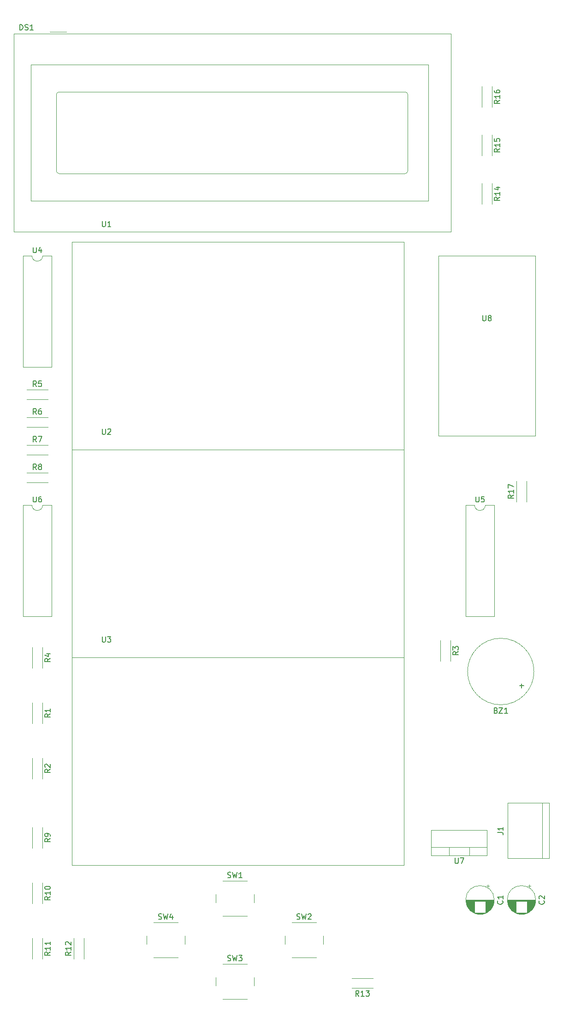
<source format=gto>
G04 #@! TF.GenerationSoftware,KiCad,Pcbnew,5.1.5-52549c5~84~ubuntu19.10.1*
G04 #@! TF.CreationDate,2020-02-09T00:12:04+01:00*
G04 #@! TF.ProjectId,tetris-board,74657472-6973-42d6-926f-6172642e6b69,rev?*
G04 #@! TF.SameCoordinates,Original*
G04 #@! TF.FileFunction,Legend,Top*
G04 #@! TF.FilePolarity,Positive*
%FSLAX46Y46*%
G04 Gerber Fmt 4.6, Leading zero omitted, Abs format (unit mm)*
G04 Created by KiCad (PCBNEW 5.1.5-52549c5~84~ubuntu19.10.1) date 2020-02-09 00:12:04*
%MOMM*%
%LPD*%
G04 APERTURE LIST*
%ADD10C,0.120000*%
%ADD11C,0.150000*%
G04 APERTURE END LIST*
D10*
X97790000Y-62230000D02*
X97790000Y-95250000D01*
X115570000Y-62230000D02*
X115570000Y-95250000D01*
X115570000Y-62230000D02*
X97790000Y-62230000D01*
X97790000Y-95250000D02*
X115570000Y-95250000D01*
X30480000Y-173990000D02*
X30480000Y-135890000D01*
X91440000Y-173990000D02*
X30480000Y-173990000D01*
X91440000Y-135890000D02*
X91440000Y-173990000D01*
X30480000Y-135890000D02*
X91440000Y-135890000D01*
X30480000Y-135890000D02*
X30480000Y-97790000D01*
X91440000Y-135890000D02*
X30480000Y-135890000D01*
X91440000Y-97790000D02*
X91440000Y-135890000D01*
X30480000Y-97790000D02*
X91440000Y-97790000D01*
X26780000Y-62170000D02*
X25130000Y-62170000D01*
X26780000Y-82610000D02*
X26780000Y-62170000D01*
X21480000Y-82610000D02*
X26780000Y-82610000D01*
X21480000Y-62170000D02*
X21480000Y-82610000D01*
X23130000Y-62170000D02*
X21480000Y-62170000D01*
X25130000Y-62170000D02*
G75*
G02X23130000Y-62170000I-1000000J0D01*
G01*
X30480000Y-97790000D02*
X30480000Y-59690000D01*
X91440000Y-97790000D02*
X30480000Y-97790000D01*
X91440000Y-59690000D02*
X91440000Y-97790000D01*
X30480000Y-59690000D02*
X91440000Y-59690000D01*
X26780000Y-107890000D02*
X25130000Y-107890000D01*
X26780000Y-128330000D02*
X26780000Y-107890000D01*
X21480000Y-128330000D02*
X26780000Y-128330000D01*
X21480000Y-107890000D02*
X21480000Y-128330000D01*
X23130000Y-107890000D02*
X21480000Y-107890000D01*
X25130000Y-107890000D02*
G75*
G02X23130000Y-107890000I-1000000J0D01*
G01*
X118110000Y-172720000D02*
X118110000Y-162560000D01*
X110490000Y-172720000D02*
X118110000Y-172720000D01*
X110490000Y-162560000D02*
X110490000Y-172720000D01*
X118110000Y-162560000D02*
X110490000Y-162560000D01*
X116840000Y-162560000D02*
X116840000Y-172720000D01*
X99749000Y-172180000D02*
X99749000Y-170670000D01*
X103450000Y-172180000D02*
X103450000Y-170670000D01*
X106720000Y-170670000D02*
X96480000Y-170670000D01*
X96480000Y-172180000D02*
X96480000Y-167539000D01*
X106720000Y-172180000D02*
X106720000Y-167539000D01*
X106720000Y-167539000D02*
X96480000Y-167539000D01*
X106720000Y-172180000D02*
X96480000Y-172180000D01*
X114755000Y-177765225D02*
X114255000Y-177765225D01*
X114505000Y-177515225D02*
X114505000Y-178015225D01*
X113314000Y-182921000D02*
X112746000Y-182921000D01*
X113548000Y-182881000D02*
X112512000Y-182881000D01*
X113707000Y-182841000D02*
X112353000Y-182841000D01*
X113835000Y-182801000D02*
X112225000Y-182801000D01*
X113945000Y-182761000D02*
X112115000Y-182761000D01*
X114041000Y-182721000D02*
X112019000Y-182721000D01*
X114128000Y-182681000D02*
X111932000Y-182681000D01*
X114208000Y-182641000D02*
X111852000Y-182641000D01*
X111990000Y-182601000D02*
X111779000Y-182601000D01*
X114281000Y-182601000D02*
X114070000Y-182601000D01*
X111990000Y-182561000D02*
X111711000Y-182561000D01*
X114349000Y-182561000D02*
X114070000Y-182561000D01*
X111990000Y-182521000D02*
X111647000Y-182521000D01*
X114413000Y-182521000D02*
X114070000Y-182521000D01*
X111990000Y-182481000D02*
X111587000Y-182481000D01*
X114473000Y-182481000D02*
X114070000Y-182481000D01*
X111990000Y-182441000D02*
X111530000Y-182441000D01*
X114530000Y-182441000D02*
X114070000Y-182441000D01*
X111990000Y-182401000D02*
X111476000Y-182401000D01*
X114584000Y-182401000D02*
X114070000Y-182401000D01*
X111990000Y-182361000D02*
X111425000Y-182361000D01*
X114635000Y-182361000D02*
X114070000Y-182361000D01*
X111990000Y-182321000D02*
X111377000Y-182321000D01*
X114683000Y-182321000D02*
X114070000Y-182321000D01*
X111990000Y-182281000D02*
X111331000Y-182281000D01*
X114729000Y-182281000D02*
X114070000Y-182281000D01*
X111990000Y-182241000D02*
X111287000Y-182241000D01*
X114773000Y-182241000D02*
X114070000Y-182241000D01*
X111990000Y-182201000D02*
X111245000Y-182201000D01*
X114815000Y-182201000D02*
X114070000Y-182201000D01*
X111990000Y-182161000D02*
X111204000Y-182161000D01*
X114856000Y-182161000D02*
X114070000Y-182161000D01*
X111990000Y-182121000D02*
X111166000Y-182121000D01*
X114894000Y-182121000D02*
X114070000Y-182121000D01*
X111990000Y-182081000D02*
X111129000Y-182081000D01*
X114931000Y-182081000D02*
X114070000Y-182081000D01*
X111990000Y-182041000D02*
X111093000Y-182041000D01*
X114967000Y-182041000D02*
X114070000Y-182041000D01*
X111990000Y-182001000D02*
X111059000Y-182001000D01*
X115001000Y-182001000D02*
X114070000Y-182001000D01*
X111990000Y-181961000D02*
X111026000Y-181961000D01*
X115034000Y-181961000D02*
X114070000Y-181961000D01*
X111990000Y-181921000D02*
X110995000Y-181921000D01*
X115065000Y-181921000D02*
X114070000Y-181921000D01*
X111990000Y-181881000D02*
X110965000Y-181881000D01*
X115095000Y-181881000D02*
X114070000Y-181881000D01*
X111990000Y-181841000D02*
X110935000Y-181841000D01*
X115125000Y-181841000D02*
X114070000Y-181841000D01*
X111990000Y-181801000D02*
X110908000Y-181801000D01*
X115152000Y-181801000D02*
X114070000Y-181801000D01*
X111990000Y-181761000D02*
X110881000Y-181761000D01*
X115179000Y-181761000D02*
X114070000Y-181761000D01*
X111990000Y-181721000D02*
X110855000Y-181721000D01*
X115205000Y-181721000D02*
X114070000Y-181721000D01*
X111990000Y-181681000D02*
X110830000Y-181681000D01*
X115230000Y-181681000D02*
X114070000Y-181681000D01*
X111990000Y-181641000D02*
X110806000Y-181641000D01*
X115254000Y-181641000D02*
X114070000Y-181641000D01*
X111990000Y-181601000D02*
X110783000Y-181601000D01*
X115277000Y-181601000D02*
X114070000Y-181601000D01*
X111990000Y-181561000D02*
X110762000Y-181561000D01*
X115298000Y-181561000D02*
X114070000Y-181561000D01*
X111990000Y-181521000D02*
X110740000Y-181521000D01*
X115320000Y-181521000D02*
X114070000Y-181521000D01*
X111990000Y-181481000D02*
X110720000Y-181481000D01*
X115340000Y-181481000D02*
X114070000Y-181481000D01*
X111990000Y-181441000D02*
X110701000Y-181441000D01*
X115359000Y-181441000D02*
X114070000Y-181441000D01*
X111990000Y-181401000D02*
X110682000Y-181401000D01*
X115378000Y-181401000D02*
X114070000Y-181401000D01*
X111990000Y-181361000D02*
X110665000Y-181361000D01*
X115395000Y-181361000D02*
X114070000Y-181361000D01*
X111990000Y-181321000D02*
X110648000Y-181321000D01*
X115412000Y-181321000D02*
X114070000Y-181321000D01*
X111990000Y-181281000D02*
X110632000Y-181281000D01*
X115428000Y-181281000D02*
X114070000Y-181281000D01*
X111990000Y-181241000D02*
X110616000Y-181241000D01*
X115444000Y-181241000D02*
X114070000Y-181241000D01*
X111990000Y-181201000D02*
X110602000Y-181201000D01*
X115458000Y-181201000D02*
X114070000Y-181201000D01*
X111990000Y-181161000D02*
X110588000Y-181161000D01*
X115472000Y-181161000D02*
X114070000Y-181161000D01*
X111990000Y-181121000D02*
X110575000Y-181121000D01*
X115485000Y-181121000D02*
X114070000Y-181121000D01*
X111990000Y-181081000D02*
X110562000Y-181081000D01*
X115498000Y-181081000D02*
X114070000Y-181081000D01*
X111990000Y-181041000D02*
X110550000Y-181041000D01*
X115510000Y-181041000D02*
X114070000Y-181041000D01*
X111990000Y-181000000D02*
X110539000Y-181000000D01*
X115521000Y-181000000D02*
X114070000Y-181000000D01*
X111990000Y-180960000D02*
X110529000Y-180960000D01*
X115531000Y-180960000D02*
X114070000Y-180960000D01*
X111990000Y-180920000D02*
X110519000Y-180920000D01*
X115541000Y-180920000D02*
X114070000Y-180920000D01*
X111990000Y-180880000D02*
X110510000Y-180880000D01*
X115550000Y-180880000D02*
X114070000Y-180880000D01*
X111990000Y-180840000D02*
X110502000Y-180840000D01*
X115558000Y-180840000D02*
X114070000Y-180840000D01*
X111990000Y-180800000D02*
X110494000Y-180800000D01*
X115566000Y-180800000D02*
X114070000Y-180800000D01*
X111990000Y-180760000D02*
X110487000Y-180760000D01*
X115573000Y-180760000D02*
X114070000Y-180760000D01*
X111990000Y-180720000D02*
X110480000Y-180720000D01*
X115580000Y-180720000D02*
X114070000Y-180720000D01*
X111990000Y-180680000D02*
X110474000Y-180680000D01*
X115586000Y-180680000D02*
X114070000Y-180680000D01*
X111990000Y-180640000D02*
X110469000Y-180640000D01*
X115591000Y-180640000D02*
X114070000Y-180640000D01*
X111990000Y-180600000D02*
X110465000Y-180600000D01*
X115595000Y-180600000D02*
X114070000Y-180600000D01*
X111990000Y-180560000D02*
X110461000Y-180560000D01*
X115599000Y-180560000D02*
X114070000Y-180560000D01*
X115603000Y-180520000D02*
X110457000Y-180520000D01*
X115606000Y-180480000D02*
X110454000Y-180480000D01*
X115608000Y-180440000D02*
X110452000Y-180440000D01*
X115609000Y-180400000D02*
X110451000Y-180400000D01*
X115610000Y-180360000D02*
X110450000Y-180360000D01*
X115610000Y-180320000D02*
X110450000Y-180320000D01*
X115650000Y-180320000D02*
G75*
G03X115650000Y-180320000I-2620000J0D01*
G01*
X107135000Y-177765225D02*
X106635000Y-177765225D01*
X106885000Y-177515225D02*
X106885000Y-178015225D01*
X105694000Y-182921000D02*
X105126000Y-182921000D01*
X105928000Y-182881000D02*
X104892000Y-182881000D01*
X106087000Y-182841000D02*
X104733000Y-182841000D01*
X106215000Y-182801000D02*
X104605000Y-182801000D01*
X106325000Y-182761000D02*
X104495000Y-182761000D01*
X106421000Y-182721000D02*
X104399000Y-182721000D01*
X106508000Y-182681000D02*
X104312000Y-182681000D01*
X106588000Y-182641000D02*
X104232000Y-182641000D01*
X104370000Y-182601000D02*
X104159000Y-182601000D01*
X106661000Y-182601000D02*
X106450000Y-182601000D01*
X104370000Y-182561000D02*
X104091000Y-182561000D01*
X106729000Y-182561000D02*
X106450000Y-182561000D01*
X104370000Y-182521000D02*
X104027000Y-182521000D01*
X106793000Y-182521000D02*
X106450000Y-182521000D01*
X104370000Y-182481000D02*
X103967000Y-182481000D01*
X106853000Y-182481000D02*
X106450000Y-182481000D01*
X104370000Y-182441000D02*
X103910000Y-182441000D01*
X106910000Y-182441000D02*
X106450000Y-182441000D01*
X104370000Y-182401000D02*
X103856000Y-182401000D01*
X106964000Y-182401000D02*
X106450000Y-182401000D01*
X104370000Y-182361000D02*
X103805000Y-182361000D01*
X107015000Y-182361000D02*
X106450000Y-182361000D01*
X104370000Y-182321000D02*
X103757000Y-182321000D01*
X107063000Y-182321000D02*
X106450000Y-182321000D01*
X104370000Y-182281000D02*
X103711000Y-182281000D01*
X107109000Y-182281000D02*
X106450000Y-182281000D01*
X104370000Y-182241000D02*
X103667000Y-182241000D01*
X107153000Y-182241000D02*
X106450000Y-182241000D01*
X104370000Y-182201000D02*
X103625000Y-182201000D01*
X107195000Y-182201000D02*
X106450000Y-182201000D01*
X104370000Y-182161000D02*
X103584000Y-182161000D01*
X107236000Y-182161000D02*
X106450000Y-182161000D01*
X104370000Y-182121000D02*
X103546000Y-182121000D01*
X107274000Y-182121000D02*
X106450000Y-182121000D01*
X104370000Y-182081000D02*
X103509000Y-182081000D01*
X107311000Y-182081000D02*
X106450000Y-182081000D01*
X104370000Y-182041000D02*
X103473000Y-182041000D01*
X107347000Y-182041000D02*
X106450000Y-182041000D01*
X104370000Y-182001000D02*
X103439000Y-182001000D01*
X107381000Y-182001000D02*
X106450000Y-182001000D01*
X104370000Y-181961000D02*
X103406000Y-181961000D01*
X107414000Y-181961000D02*
X106450000Y-181961000D01*
X104370000Y-181921000D02*
X103375000Y-181921000D01*
X107445000Y-181921000D02*
X106450000Y-181921000D01*
X104370000Y-181881000D02*
X103345000Y-181881000D01*
X107475000Y-181881000D02*
X106450000Y-181881000D01*
X104370000Y-181841000D02*
X103315000Y-181841000D01*
X107505000Y-181841000D02*
X106450000Y-181841000D01*
X104370000Y-181801000D02*
X103288000Y-181801000D01*
X107532000Y-181801000D02*
X106450000Y-181801000D01*
X104370000Y-181761000D02*
X103261000Y-181761000D01*
X107559000Y-181761000D02*
X106450000Y-181761000D01*
X104370000Y-181721000D02*
X103235000Y-181721000D01*
X107585000Y-181721000D02*
X106450000Y-181721000D01*
X104370000Y-181681000D02*
X103210000Y-181681000D01*
X107610000Y-181681000D02*
X106450000Y-181681000D01*
X104370000Y-181641000D02*
X103186000Y-181641000D01*
X107634000Y-181641000D02*
X106450000Y-181641000D01*
X104370000Y-181601000D02*
X103163000Y-181601000D01*
X107657000Y-181601000D02*
X106450000Y-181601000D01*
X104370000Y-181561000D02*
X103142000Y-181561000D01*
X107678000Y-181561000D02*
X106450000Y-181561000D01*
X104370000Y-181521000D02*
X103120000Y-181521000D01*
X107700000Y-181521000D02*
X106450000Y-181521000D01*
X104370000Y-181481000D02*
X103100000Y-181481000D01*
X107720000Y-181481000D02*
X106450000Y-181481000D01*
X104370000Y-181441000D02*
X103081000Y-181441000D01*
X107739000Y-181441000D02*
X106450000Y-181441000D01*
X104370000Y-181401000D02*
X103062000Y-181401000D01*
X107758000Y-181401000D02*
X106450000Y-181401000D01*
X104370000Y-181361000D02*
X103045000Y-181361000D01*
X107775000Y-181361000D02*
X106450000Y-181361000D01*
X104370000Y-181321000D02*
X103028000Y-181321000D01*
X107792000Y-181321000D02*
X106450000Y-181321000D01*
X104370000Y-181281000D02*
X103012000Y-181281000D01*
X107808000Y-181281000D02*
X106450000Y-181281000D01*
X104370000Y-181241000D02*
X102996000Y-181241000D01*
X107824000Y-181241000D02*
X106450000Y-181241000D01*
X104370000Y-181201000D02*
X102982000Y-181201000D01*
X107838000Y-181201000D02*
X106450000Y-181201000D01*
X104370000Y-181161000D02*
X102968000Y-181161000D01*
X107852000Y-181161000D02*
X106450000Y-181161000D01*
X104370000Y-181121000D02*
X102955000Y-181121000D01*
X107865000Y-181121000D02*
X106450000Y-181121000D01*
X104370000Y-181081000D02*
X102942000Y-181081000D01*
X107878000Y-181081000D02*
X106450000Y-181081000D01*
X104370000Y-181041000D02*
X102930000Y-181041000D01*
X107890000Y-181041000D02*
X106450000Y-181041000D01*
X104370000Y-181000000D02*
X102919000Y-181000000D01*
X107901000Y-181000000D02*
X106450000Y-181000000D01*
X104370000Y-180960000D02*
X102909000Y-180960000D01*
X107911000Y-180960000D02*
X106450000Y-180960000D01*
X104370000Y-180920000D02*
X102899000Y-180920000D01*
X107921000Y-180920000D02*
X106450000Y-180920000D01*
X104370000Y-180880000D02*
X102890000Y-180880000D01*
X107930000Y-180880000D02*
X106450000Y-180880000D01*
X104370000Y-180840000D02*
X102882000Y-180840000D01*
X107938000Y-180840000D02*
X106450000Y-180840000D01*
X104370000Y-180800000D02*
X102874000Y-180800000D01*
X107946000Y-180800000D02*
X106450000Y-180800000D01*
X104370000Y-180760000D02*
X102867000Y-180760000D01*
X107953000Y-180760000D02*
X106450000Y-180760000D01*
X104370000Y-180720000D02*
X102860000Y-180720000D01*
X107960000Y-180720000D02*
X106450000Y-180720000D01*
X104370000Y-180680000D02*
X102854000Y-180680000D01*
X107966000Y-180680000D02*
X106450000Y-180680000D01*
X104370000Y-180640000D02*
X102849000Y-180640000D01*
X107971000Y-180640000D02*
X106450000Y-180640000D01*
X104370000Y-180600000D02*
X102845000Y-180600000D01*
X107975000Y-180600000D02*
X106450000Y-180600000D01*
X104370000Y-180560000D02*
X102841000Y-180560000D01*
X107979000Y-180560000D02*
X106450000Y-180560000D01*
X107983000Y-180520000D02*
X102837000Y-180520000D01*
X107986000Y-180480000D02*
X102834000Y-180480000D01*
X107988000Y-180440000D02*
X102832000Y-180440000D01*
X107989000Y-180400000D02*
X102831000Y-180400000D01*
X107990000Y-180360000D02*
X102830000Y-180360000D01*
X107990000Y-180320000D02*
X102830000Y-180320000D01*
X108030000Y-180320000D02*
G75*
G03X108030000Y-180320000I-2620000J0D01*
G01*
X22940000Y-52130000D02*
X22940000Y-27130000D01*
X95940000Y-52130000D02*
X22940000Y-52130000D01*
X95940000Y-27130000D02*
X95940000Y-52130000D01*
X22940000Y-27130000D02*
X95940000Y-27130000D01*
X28140660Y-32128460D02*
G75*
G03X27640280Y-32628840I0J-500380D01*
G01*
X27640280Y-46629320D02*
G75*
G03X28140660Y-47129700I500380J0D01*
G01*
X91640660Y-47129700D02*
G75*
G03X92141040Y-46629320I0J500380D01*
G01*
X92140000Y-32630000D02*
G75*
G03X91640000Y-32130000I-500000J0D01*
G01*
X92140000Y-32630000D02*
X92140000Y-46630000D01*
X91640660Y-47130000D02*
X28140000Y-47130000D01*
X27640280Y-46629320D02*
X27640280Y-32630000D01*
X28140000Y-32130000D02*
X91640000Y-32130000D01*
X26440000Y-21130000D02*
X29440000Y-21130000D01*
X19810000Y-21490000D02*
X20600000Y-21490000D01*
X19800000Y-21490000D02*
X19800000Y-57770000D01*
X100080000Y-21490000D02*
X20600000Y-21490000D01*
X100080000Y-57770000D02*
X100080000Y-21490000D01*
X19800000Y-57770000D02*
X100080000Y-57770000D01*
X76600000Y-188420000D02*
X76600000Y-186920000D01*
X75350000Y-184420000D02*
X70850000Y-184420000D01*
X69600000Y-186920000D02*
X69600000Y-188420000D01*
X70850000Y-190920000D02*
X75350000Y-190920000D01*
X63900000Y-196040000D02*
X63900000Y-194540000D01*
X62650000Y-192040000D02*
X58150000Y-192040000D01*
X56900000Y-194540000D02*
X56900000Y-196040000D01*
X58150000Y-198540000D02*
X62650000Y-198540000D01*
X63900000Y-180800000D02*
X63900000Y-179300000D01*
X62650000Y-176800000D02*
X58150000Y-176800000D01*
X56900000Y-179300000D02*
X56900000Y-180800000D01*
X58150000Y-183300000D02*
X62650000Y-183300000D01*
X51200000Y-188420000D02*
X51200000Y-186920000D01*
X49950000Y-184420000D02*
X45450000Y-184420000D01*
X44200000Y-186920000D02*
X44200000Y-188420000D01*
X45450000Y-190920000D02*
X49950000Y-190920000D01*
X113950000Y-107330000D02*
X113950000Y-103490000D01*
X112110000Y-107330000D02*
X112110000Y-103490000D01*
X105760000Y-31100000D02*
X105760000Y-34940000D01*
X107600000Y-31100000D02*
X107600000Y-34940000D01*
X105760000Y-39990000D02*
X105760000Y-43830000D01*
X107600000Y-39990000D02*
X107600000Y-43830000D01*
X105760000Y-48880000D02*
X105760000Y-52720000D01*
X107600000Y-48880000D02*
X107600000Y-52720000D01*
X85740000Y-194660000D02*
X81900000Y-194660000D01*
X85740000Y-196500000D02*
X81900000Y-196500000D01*
X32670000Y-191150000D02*
X32670000Y-187310000D01*
X30830000Y-191150000D02*
X30830000Y-187310000D01*
X23210000Y-187310000D02*
X23210000Y-191150000D01*
X25050000Y-187310000D02*
X25050000Y-191150000D01*
X23210000Y-177150000D02*
X23210000Y-180990000D01*
X25050000Y-177150000D02*
X25050000Y-180990000D01*
X23210000Y-166990000D02*
X23210000Y-170830000D01*
X25050000Y-166990000D02*
X25050000Y-170830000D01*
X115330000Y-138430000D02*
G75*
G03X115330000Y-138430000I-6100000J0D01*
G01*
X22210000Y-103790000D02*
X26050000Y-103790000D01*
X22210000Y-101950000D02*
X26050000Y-101950000D01*
X22210000Y-98710000D02*
X26050000Y-98710000D01*
X22210000Y-96870000D02*
X26050000Y-96870000D01*
X22210000Y-93630000D02*
X26050000Y-93630000D01*
X22210000Y-91790000D02*
X26050000Y-91790000D01*
X22210000Y-88550000D02*
X26050000Y-88550000D01*
X22210000Y-86710000D02*
X26050000Y-86710000D01*
X23210000Y-133970000D02*
X23210000Y-137810000D01*
X25050000Y-133970000D02*
X25050000Y-137810000D01*
X98140000Y-132700000D02*
X98140000Y-136540000D01*
X99980000Y-132700000D02*
X99980000Y-136540000D01*
X23210000Y-154290000D02*
X23210000Y-158130000D01*
X25050000Y-154290000D02*
X25050000Y-158130000D01*
X23210000Y-144130000D02*
X23210000Y-147970000D01*
X25050000Y-144130000D02*
X25050000Y-147970000D01*
X108060000Y-107890000D02*
X106410000Y-107890000D01*
X108060000Y-128330000D02*
X108060000Y-107890000D01*
X102760000Y-128330000D02*
X108060000Y-128330000D01*
X102760000Y-107890000D02*
X102760000Y-128330000D01*
X104410000Y-107890000D02*
X102760000Y-107890000D01*
X106410000Y-107890000D02*
G75*
G02X104410000Y-107890000I-1000000J0D01*
G01*
D11*
X105918095Y-73112380D02*
X105918095Y-73921904D01*
X105965714Y-74017142D01*
X106013333Y-74064761D01*
X106108571Y-74112380D01*
X106299047Y-74112380D01*
X106394285Y-74064761D01*
X106441904Y-74017142D01*
X106489523Y-73921904D01*
X106489523Y-73112380D01*
X107108571Y-73540952D02*
X107013333Y-73493333D01*
X106965714Y-73445714D01*
X106918095Y-73350476D01*
X106918095Y-73302857D01*
X106965714Y-73207619D01*
X107013333Y-73160000D01*
X107108571Y-73112380D01*
X107299047Y-73112380D01*
X107394285Y-73160000D01*
X107441904Y-73207619D01*
X107489523Y-73302857D01*
X107489523Y-73350476D01*
X107441904Y-73445714D01*
X107394285Y-73493333D01*
X107299047Y-73540952D01*
X107108571Y-73540952D01*
X107013333Y-73588571D01*
X106965714Y-73636190D01*
X106918095Y-73731428D01*
X106918095Y-73921904D01*
X106965714Y-74017142D01*
X107013333Y-74064761D01*
X107108571Y-74112380D01*
X107299047Y-74112380D01*
X107394285Y-74064761D01*
X107441904Y-74017142D01*
X107489523Y-73921904D01*
X107489523Y-73731428D01*
X107441904Y-73636190D01*
X107394285Y-73588571D01*
X107299047Y-73540952D01*
X36068095Y-132032380D02*
X36068095Y-132841904D01*
X36115714Y-132937142D01*
X36163333Y-132984761D01*
X36258571Y-133032380D01*
X36449047Y-133032380D01*
X36544285Y-132984761D01*
X36591904Y-132937142D01*
X36639523Y-132841904D01*
X36639523Y-132032380D01*
X37020476Y-132032380D02*
X37639523Y-132032380D01*
X37306190Y-132413333D01*
X37449047Y-132413333D01*
X37544285Y-132460952D01*
X37591904Y-132508571D01*
X37639523Y-132603809D01*
X37639523Y-132841904D01*
X37591904Y-132937142D01*
X37544285Y-132984761D01*
X37449047Y-133032380D01*
X37163333Y-133032380D01*
X37068095Y-132984761D01*
X37020476Y-132937142D01*
X36068095Y-93932380D02*
X36068095Y-94741904D01*
X36115714Y-94837142D01*
X36163333Y-94884761D01*
X36258571Y-94932380D01*
X36449047Y-94932380D01*
X36544285Y-94884761D01*
X36591904Y-94837142D01*
X36639523Y-94741904D01*
X36639523Y-93932380D01*
X37068095Y-94027619D02*
X37115714Y-93980000D01*
X37210952Y-93932380D01*
X37449047Y-93932380D01*
X37544285Y-93980000D01*
X37591904Y-94027619D01*
X37639523Y-94122857D01*
X37639523Y-94218095D01*
X37591904Y-94360952D01*
X37020476Y-94932380D01*
X37639523Y-94932380D01*
X23368095Y-60622380D02*
X23368095Y-61431904D01*
X23415714Y-61527142D01*
X23463333Y-61574761D01*
X23558571Y-61622380D01*
X23749047Y-61622380D01*
X23844285Y-61574761D01*
X23891904Y-61527142D01*
X23939523Y-61431904D01*
X23939523Y-60622380D01*
X24844285Y-60955714D02*
X24844285Y-61622380D01*
X24606190Y-60574761D02*
X24368095Y-61289047D01*
X24987142Y-61289047D01*
X36068095Y-55832380D02*
X36068095Y-56641904D01*
X36115714Y-56737142D01*
X36163333Y-56784761D01*
X36258571Y-56832380D01*
X36449047Y-56832380D01*
X36544285Y-56784761D01*
X36591904Y-56737142D01*
X36639523Y-56641904D01*
X36639523Y-55832380D01*
X37639523Y-56832380D02*
X37068095Y-56832380D01*
X37353809Y-56832380D02*
X37353809Y-55832380D01*
X37258571Y-55975238D01*
X37163333Y-56070476D01*
X37068095Y-56118095D01*
X23368095Y-106342380D02*
X23368095Y-107151904D01*
X23415714Y-107247142D01*
X23463333Y-107294761D01*
X23558571Y-107342380D01*
X23749047Y-107342380D01*
X23844285Y-107294761D01*
X23891904Y-107247142D01*
X23939523Y-107151904D01*
X23939523Y-106342380D01*
X24844285Y-106342380D02*
X24653809Y-106342380D01*
X24558571Y-106390000D01*
X24510952Y-106437619D01*
X24415714Y-106580476D01*
X24368095Y-106770952D01*
X24368095Y-107151904D01*
X24415714Y-107247142D01*
X24463333Y-107294761D01*
X24558571Y-107342380D01*
X24749047Y-107342380D01*
X24844285Y-107294761D01*
X24891904Y-107247142D01*
X24939523Y-107151904D01*
X24939523Y-106913809D01*
X24891904Y-106818571D01*
X24844285Y-106770952D01*
X24749047Y-106723333D01*
X24558571Y-106723333D01*
X24463333Y-106770952D01*
X24415714Y-106818571D01*
X24368095Y-106913809D01*
X108672380Y-167973333D02*
X109386666Y-167973333D01*
X109529523Y-168020952D01*
X109624761Y-168116190D01*
X109672380Y-168259047D01*
X109672380Y-168354285D01*
X109672380Y-166973333D02*
X109672380Y-167544761D01*
X109672380Y-167259047D02*
X108672380Y-167259047D01*
X108815238Y-167354285D01*
X108910476Y-167449523D01*
X108958095Y-167544761D01*
X100838095Y-172632380D02*
X100838095Y-173441904D01*
X100885714Y-173537142D01*
X100933333Y-173584761D01*
X101028571Y-173632380D01*
X101219047Y-173632380D01*
X101314285Y-173584761D01*
X101361904Y-173537142D01*
X101409523Y-173441904D01*
X101409523Y-172632380D01*
X101790476Y-172632380D02*
X102457142Y-172632380D01*
X102028571Y-173632380D01*
X117137142Y-180486666D02*
X117184761Y-180534285D01*
X117232380Y-180677142D01*
X117232380Y-180772380D01*
X117184761Y-180915238D01*
X117089523Y-181010476D01*
X116994285Y-181058095D01*
X116803809Y-181105714D01*
X116660952Y-181105714D01*
X116470476Y-181058095D01*
X116375238Y-181010476D01*
X116280000Y-180915238D01*
X116232380Y-180772380D01*
X116232380Y-180677142D01*
X116280000Y-180534285D01*
X116327619Y-180486666D01*
X116327619Y-180105714D02*
X116280000Y-180058095D01*
X116232380Y-179962857D01*
X116232380Y-179724761D01*
X116280000Y-179629523D01*
X116327619Y-179581904D01*
X116422857Y-179534285D01*
X116518095Y-179534285D01*
X116660952Y-179581904D01*
X117232380Y-180153333D01*
X117232380Y-179534285D01*
X109517142Y-180486666D02*
X109564761Y-180534285D01*
X109612380Y-180677142D01*
X109612380Y-180772380D01*
X109564761Y-180915238D01*
X109469523Y-181010476D01*
X109374285Y-181058095D01*
X109183809Y-181105714D01*
X109040952Y-181105714D01*
X108850476Y-181058095D01*
X108755238Y-181010476D01*
X108660000Y-180915238D01*
X108612380Y-180772380D01*
X108612380Y-180677142D01*
X108660000Y-180534285D01*
X108707619Y-180486666D01*
X109612380Y-179534285D02*
X109612380Y-180105714D01*
X109612380Y-179820000D02*
X108612380Y-179820000D01*
X108755238Y-179915238D01*
X108850476Y-180010476D01*
X108898095Y-180105714D01*
X20905714Y-20772380D02*
X20905714Y-19772380D01*
X21143809Y-19772380D01*
X21286666Y-19820000D01*
X21381904Y-19915238D01*
X21429523Y-20010476D01*
X21477142Y-20200952D01*
X21477142Y-20343809D01*
X21429523Y-20534285D01*
X21381904Y-20629523D01*
X21286666Y-20724761D01*
X21143809Y-20772380D01*
X20905714Y-20772380D01*
X21858095Y-20724761D02*
X22000952Y-20772380D01*
X22239047Y-20772380D01*
X22334285Y-20724761D01*
X22381904Y-20677142D01*
X22429523Y-20581904D01*
X22429523Y-20486666D01*
X22381904Y-20391428D01*
X22334285Y-20343809D01*
X22239047Y-20296190D01*
X22048571Y-20248571D01*
X21953333Y-20200952D01*
X21905714Y-20153333D01*
X21858095Y-20058095D01*
X21858095Y-19962857D01*
X21905714Y-19867619D01*
X21953333Y-19820000D01*
X22048571Y-19772380D01*
X22286666Y-19772380D01*
X22429523Y-19820000D01*
X23381904Y-20772380D02*
X22810476Y-20772380D01*
X23096190Y-20772380D02*
X23096190Y-19772380D01*
X23000952Y-19915238D01*
X22905714Y-20010476D01*
X22810476Y-20058095D01*
X71766666Y-183824761D02*
X71909523Y-183872380D01*
X72147619Y-183872380D01*
X72242857Y-183824761D01*
X72290476Y-183777142D01*
X72338095Y-183681904D01*
X72338095Y-183586666D01*
X72290476Y-183491428D01*
X72242857Y-183443809D01*
X72147619Y-183396190D01*
X71957142Y-183348571D01*
X71861904Y-183300952D01*
X71814285Y-183253333D01*
X71766666Y-183158095D01*
X71766666Y-183062857D01*
X71814285Y-182967619D01*
X71861904Y-182920000D01*
X71957142Y-182872380D01*
X72195238Y-182872380D01*
X72338095Y-182920000D01*
X72671428Y-182872380D02*
X72909523Y-183872380D01*
X73100000Y-183158095D01*
X73290476Y-183872380D01*
X73528571Y-182872380D01*
X73861904Y-182967619D02*
X73909523Y-182920000D01*
X74004761Y-182872380D01*
X74242857Y-182872380D01*
X74338095Y-182920000D01*
X74385714Y-182967619D01*
X74433333Y-183062857D01*
X74433333Y-183158095D01*
X74385714Y-183300952D01*
X73814285Y-183872380D01*
X74433333Y-183872380D01*
X59066666Y-191444761D02*
X59209523Y-191492380D01*
X59447619Y-191492380D01*
X59542857Y-191444761D01*
X59590476Y-191397142D01*
X59638095Y-191301904D01*
X59638095Y-191206666D01*
X59590476Y-191111428D01*
X59542857Y-191063809D01*
X59447619Y-191016190D01*
X59257142Y-190968571D01*
X59161904Y-190920952D01*
X59114285Y-190873333D01*
X59066666Y-190778095D01*
X59066666Y-190682857D01*
X59114285Y-190587619D01*
X59161904Y-190540000D01*
X59257142Y-190492380D01*
X59495238Y-190492380D01*
X59638095Y-190540000D01*
X59971428Y-190492380D02*
X60209523Y-191492380D01*
X60400000Y-190778095D01*
X60590476Y-191492380D01*
X60828571Y-190492380D01*
X61114285Y-190492380D02*
X61733333Y-190492380D01*
X61400000Y-190873333D01*
X61542857Y-190873333D01*
X61638095Y-190920952D01*
X61685714Y-190968571D01*
X61733333Y-191063809D01*
X61733333Y-191301904D01*
X61685714Y-191397142D01*
X61638095Y-191444761D01*
X61542857Y-191492380D01*
X61257142Y-191492380D01*
X61161904Y-191444761D01*
X61114285Y-191397142D01*
X59066666Y-176204761D02*
X59209523Y-176252380D01*
X59447619Y-176252380D01*
X59542857Y-176204761D01*
X59590476Y-176157142D01*
X59638095Y-176061904D01*
X59638095Y-175966666D01*
X59590476Y-175871428D01*
X59542857Y-175823809D01*
X59447619Y-175776190D01*
X59257142Y-175728571D01*
X59161904Y-175680952D01*
X59114285Y-175633333D01*
X59066666Y-175538095D01*
X59066666Y-175442857D01*
X59114285Y-175347619D01*
X59161904Y-175300000D01*
X59257142Y-175252380D01*
X59495238Y-175252380D01*
X59638095Y-175300000D01*
X59971428Y-175252380D02*
X60209523Y-176252380D01*
X60400000Y-175538095D01*
X60590476Y-176252380D01*
X60828571Y-175252380D01*
X61733333Y-176252380D02*
X61161904Y-176252380D01*
X61447619Y-176252380D02*
X61447619Y-175252380D01*
X61352380Y-175395238D01*
X61257142Y-175490476D01*
X61161904Y-175538095D01*
X46366666Y-183824761D02*
X46509523Y-183872380D01*
X46747619Y-183872380D01*
X46842857Y-183824761D01*
X46890476Y-183777142D01*
X46938095Y-183681904D01*
X46938095Y-183586666D01*
X46890476Y-183491428D01*
X46842857Y-183443809D01*
X46747619Y-183396190D01*
X46557142Y-183348571D01*
X46461904Y-183300952D01*
X46414285Y-183253333D01*
X46366666Y-183158095D01*
X46366666Y-183062857D01*
X46414285Y-182967619D01*
X46461904Y-182920000D01*
X46557142Y-182872380D01*
X46795238Y-182872380D01*
X46938095Y-182920000D01*
X47271428Y-182872380D02*
X47509523Y-183872380D01*
X47700000Y-183158095D01*
X47890476Y-183872380D01*
X48128571Y-182872380D01*
X48938095Y-183205714D02*
X48938095Y-183872380D01*
X48700000Y-182824761D02*
X48461904Y-183539047D01*
X49080952Y-183539047D01*
X111562380Y-106052857D02*
X111086190Y-106386190D01*
X111562380Y-106624285D02*
X110562380Y-106624285D01*
X110562380Y-106243333D01*
X110610000Y-106148095D01*
X110657619Y-106100476D01*
X110752857Y-106052857D01*
X110895714Y-106052857D01*
X110990952Y-106100476D01*
X111038571Y-106148095D01*
X111086190Y-106243333D01*
X111086190Y-106624285D01*
X111562380Y-105100476D02*
X111562380Y-105671904D01*
X111562380Y-105386190D02*
X110562380Y-105386190D01*
X110705238Y-105481428D01*
X110800476Y-105576666D01*
X110848095Y-105671904D01*
X110562380Y-104767142D02*
X110562380Y-104100476D01*
X111562380Y-104529047D01*
X109052380Y-33662857D02*
X108576190Y-33996190D01*
X109052380Y-34234285D02*
X108052380Y-34234285D01*
X108052380Y-33853333D01*
X108100000Y-33758095D01*
X108147619Y-33710476D01*
X108242857Y-33662857D01*
X108385714Y-33662857D01*
X108480952Y-33710476D01*
X108528571Y-33758095D01*
X108576190Y-33853333D01*
X108576190Y-34234285D01*
X109052380Y-32710476D02*
X109052380Y-33281904D01*
X109052380Y-32996190D02*
X108052380Y-32996190D01*
X108195238Y-33091428D01*
X108290476Y-33186666D01*
X108338095Y-33281904D01*
X108052380Y-31853333D02*
X108052380Y-32043809D01*
X108100000Y-32139047D01*
X108147619Y-32186666D01*
X108290476Y-32281904D01*
X108480952Y-32329523D01*
X108861904Y-32329523D01*
X108957142Y-32281904D01*
X109004761Y-32234285D01*
X109052380Y-32139047D01*
X109052380Y-31948571D01*
X109004761Y-31853333D01*
X108957142Y-31805714D01*
X108861904Y-31758095D01*
X108623809Y-31758095D01*
X108528571Y-31805714D01*
X108480952Y-31853333D01*
X108433333Y-31948571D01*
X108433333Y-32139047D01*
X108480952Y-32234285D01*
X108528571Y-32281904D01*
X108623809Y-32329523D01*
X109052380Y-42552857D02*
X108576190Y-42886190D01*
X109052380Y-43124285D02*
X108052380Y-43124285D01*
X108052380Y-42743333D01*
X108100000Y-42648095D01*
X108147619Y-42600476D01*
X108242857Y-42552857D01*
X108385714Y-42552857D01*
X108480952Y-42600476D01*
X108528571Y-42648095D01*
X108576190Y-42743333D01*
X108576190Y-43124285D01*
X109052380Y-41600476D02*
X109052380Y-42171904D01*
X109052380Y-41886190D02*
X108052380Y-41886190D01*
X108195238Y-41981428D01*
X108290476Y-42076666D01*
X108338095Y-42171904D01*
X108052380Y-40695714D02*
X108052380Y-41171904D01*
X108528571Y-41219523D01*
X108480952Y-41171904D01*
X108433333Y-41076666D01*
X108433333Y-40838571D01*
X108480952Y-40743333D01*
X108528571Y-40695714D01*
X108623809Y-40648095D01*
X108861904Y-40648095D01*
X108957142Y-40695714D01*
X109004761Y-40743333D01*
X109052380Y-40838571D01*
X109052380Y-41076666D01*
X109004761Y-41171904D01*
X108957142Y-41219523D01*
X109052380Y-51442857D02*
X108576190Y-51776190D01*
X109052380Y-52014285D02*
X108052380Y-52014285D01*
X108052380Y-51633333D01*
X108100000Y-51538095D01*
X108147619Y-51490476D01*
X108242857Y-51442857D01*
X108385714Y-51442857D01*
X108480952Y-51490476D01*
X108528571Y-51538095D01*
X108576190Y-51633333D01*
X108576190Y-52014285D01*
X109052380Y-50490476D02*
X109052380Y-51061904D01*
X109052380Y-50776190D02*
X108052380Y-50776190D01*
X108195238Y-50871428D01*
X108290476Y-50966666D01*
X108338095Y-51061904D01*
X108385714Y-49633333D02*
X109052380Y-49633333D01*
X108004761Y-49871428D02*
X108719047Y-50109523D01*
X108719047Y-49490476D01*
X83177142Y-197952380D02*
X82843809Y-197476190D01*
X82605714Y-197952380D02*
X82605714Y-196952380D01*
X82986666Y-196952380D01*
X83081904Y-197000000D01*
X83129523Y-197047619D01*
X83177142Y-197142857D01*
X83177142Y-197285714D01*
X83129523Y-197380952D01*
X83081904Y-197428571D01*
X82986666Y-197476190D01*
X82605714Y-197476190D01*
X84129523Y-197952380D02*
X83558095Y-197952380D01*
X83843809Y-197952380D02*
X83843809Y-196952380D01*
X83748571Y-197095238D01*
X83653333Y-197190476D01*
X83558095Y-197238095D01*
X84462857Y-196952380D02*
X85081904Y-196952380D01*
X84748571Y-197333333D01*
X84891428Y-197333333D01*
X84986666Y-197380952D01*
X85034285Y-197428571D01*
X85081904Y-197523809D01*
X85081904Y-197761904D01*
X85034285Y-197857142D01*
X84986666Y-197904761D01*
X84891428Y-197952380D01*
X84605714Y-197952380D01*
X84510476Y-197904761D01*
X84462857Y-197857142D01*
X30282380Y-189872857D02*
X29806190Y-190206190D01*
X30282380Y-190444285D02*
X29282380Y-190444285D01*
X29282380Y-190063333D01*
X29330000Y-189968095D01*
X29377619Y-189920476D01*
X29472857Y-189872857D01*
X29615714Y-189872857D01*
X29710952Y-189920476D01*
X29758571Y-189968095D01*
X29806190Y-190063333D01*
X29806190Y-190444285D01*
X30282380Y-188920476D02*
X30282380Y-189491904D01*
X30282380Y-189206190D02*
X29282380Y-189206190D01*
X29425238Y-189301428D01*
X29520476Y-189396666D01*
X29568095Y-189491904D01*
X29377619Y-188539523D02*
X29330000Y-188491904D01*
X29282380Y-188396666D01*
X29282380Y-188158571D01*
X29330000Y-188063333D01*
X29377619Y-188015714D01*
X29472857Y-187968095D01*
X29568095Y-187968095D01*
X29710952Y-188015714D01*
X30282380Y-188587142D01*
X30282380Y-187968095D01*
X26502380Y-189872857D02*
X26026190Y-190206190D01*
X26502380Y-190444285D02*
X25502380Y-190444285D01*
X25502380Y-190063333D01*
X25550000Y-189968095D01*
X25597619Y-189920476D01*
X25692857Y-189872857D01*
X25835714Y-189872857D01*
X25930952Y-189920476D01*
X25978571Y-189968095D01*
X26026190Y-190063333D01*
X26026190Y-190444285D01*
X26502380Y-188920476D02*
X26502380Y-189491904D01*
X26502380Y-189206190D02*
X25502380Y-189206190D01*
X25645238Y-189301428D01*
X25740476Y-189396666D01*
X25788095Y-189491904D01*
X26502380Y-187968095D02*
X26502380Y-188539523D01*
X26502380Y-188253809D02*
X25502380Y-188253809D01*
X25645238Y-188349047D01*
X25740476Y-188444285D01*
X25788095Y-188539523D01*
X26502380Y-179712857D02*
X26026190Y-180046190D01*
X26502380Y-180284285D02*
X25502380Y-180284285D01*
X25502380Y-179903333D01*
X25550000Y-179808095D01*
X25597619Y-179760476D01*
X25692857Y-179712857D01*
X25835714Y-179712857D01*
X25930952Y-179760476D01*
X25978571Y-179808095D01*
X26026190Y-179903333D01*
X26026190Y-180284285D01*
X26502380Y-178760476D02*
X26502380Y-179331904D01*
X26502380Y-179046190D02*
X25502380Y-179046190D01*
X25645238Y-179141428D01*
X25740476Y-179236666D01*
X25788095Y-179331904D01*
X25502380Y-178141428D02*
X25502380Y-178046190D01*
X25550000Y-177950952D01*
X25597619Y-177903333D01*
X25692857Y-177855714D01*
X25883333Y-177808095D01*
X26121428Y-177808095D01*
X26311904Y-177855714D01*
X26407142Y-177903333D01*
X26454761Y-177950952D01*
X26502380Y-178046190D01*
X26502380Y-178141428D01*
X26454761Y-178236666D01*
X26407142Y-178284285D01*
X26311904Y-178331904D01*
X26121428Y-178379523D01*
X25883333Y-178379523D01*
X25692857Y-178331904D01*
X25597619Y-178284285D01*
X25550000Y-178236666D01*
X25502380Y-178141428D01*
X26502380Y-169076666D02*
X26026190Y-169410000D01*
X26502380Y-169648095D02*
X25502380Y-169648095D01*
X25502380Y-169267142D01*
X25550000Y-169171904D01*
X25597619Y-169124285D01*
X25692857Y-169076666D01*
X25835714Y-169076666D01*
X25930952Y-169124285D01*
X25978571Y-169171904D01*
X26026190Y-169267142D01*
X26026190Y-169648095D01*
X26502380Y-168600476D02*
X26502380Y-168410000D01*
X26454761Y-168314761D01*
X26407142Y-168267142D01*
X26264285Y-168171904D01*
X26073809Y-168124285D01*
X25692857Y-168124285D01*
X25597619Y-168171904D01*
X25550000Y-168219523D01*
X25502380Y-168314761D01*
X25502380Y-168505238D01*
X25550000Y-168600476D01*
X25597619Y-168648095D01*
X25692857Y-168695714D01*
X25930952Y-168695714D01*
X26026190Y-168648095D01*
X26073809Y-168600476D01*
X26121428Y-168505238D01*
X26121428Y-168314761D01*
X26073809Y-168219523D01*
X26026190Y-168171904D01*
X25930952Y-168124285D01*
X108349047Y-145558571D02*
X108491904Y-145606190D01*
X108539523Y-145653809D01*
X108587142Y-145749047D01*
X108587142Y-145891904D01*
X108539523Y-145987142D01*
X108491904Y-146034761D01*
X108396666Y-146082380D01*
X108015714Y-146082380D01*
X108015714Y-145082380D01*
X108349047Y-145082380D01*
X108444285Y-145130000D01*
X108491904Y-145177619D01*
X108539523Y-145272857D01*
X108539523Y-145368095D01*
X108491904Y-145463333D01*
X108444285Y-145510952D01*
X108349047Y-145558571D01*
X108015714Y-145558571D01*
X108920476Y-145082380D02*
X109587142Y-145082380D01*
X108920476Y-146082380D01*
X109587142Y-146082380D01*
X110491904Y-146082380D02*
X109920476Y-146082380D01*
X110206190Y-146082380D02*
X110206190Y-145082380D01*
X110110952Y-145225238D01*
X110015714Y-145320476D01*
X109920476Y-145368095D01*
X112659047Y-141041428D02*
X113420952Y-141041428D01*
X113040000Y-141422380D02*
X113040000Y-140660476D01*
X23963333Y-101402380D02*
X23630000Y-100926190D01*
X23391904Y-101402380D02*
X23391904Y-100402380D01*
X23772857Y-100402380D01*
X23868095Y-100450000D01*
X23915714Y-100497619D01*
X23963333Y-100592857D01*
X23963333Y-100735714D01*
X23915714Y-100830952D01*
X23868095Y-100878571D01*
X23772857Y-100926190D01*
X23391904Y-100926190D01*
X24534761Y-100830952D02*
X24439523Y-100783333D01*
X24391904Y-100735714D01*
X24344285Y-100640476D01*
X24344285Y-100592857D01*
X24391904Y-100497619D01*
X24439523Y-100450000D01*
X24534761Y-100402380D01*
X24725238Y-100402380D01*
X24820476Y-100450000D01*
X24868095Y-100497619D01*
X24915714Y-100592857D01*
X24915714Y-100640476D01*
X24868095Y-100735714D01*
X24820476Y-100783333D01*
X24725238Y-100830952D01*
X24534761Y-100830952D01*
X24439523Y-100878571D01*
X24391904Y-100926190D01*
X24344285Y-101021428D01*
X24344285Y-101211904D01*
X24391904Y-101307142D01*
X24439523Y-101354761D01*
X24534761Y-101402380D01*
X24725238Y-101402380D01*
X24820476Y-101354761D01*
X24868095Y-101307142D01*
X24915714Y-101211904D01*
X24915714Y-101021428D01*
X24868095Y-100926190D01*
X24820476Y-100878571D01*
X24725238Y-100830952D01*
X23963333Y-96322380D02*
X23630000Y-95846190D01*
X23391904Y-96322380D02*
X23391904Y-95322380D01*
X23772857Y-95322380D01*
X23868095Y-95370000D01*
X23915714Y-95417619D01*
X23963333Y-95512857D01*
X23963333Y-95655714D01*
X23915714Y-95750952D01*
X23868095Y-95798571D01*
X23772857Y-95846190D01*
X23391904Y-95846190D01*
X24296666Y-95322380D02*
X24963333Y-95322380D01*
X24534761Y-96322380D01*
X23963333Y-91242380D02*
X23630000Y-90766190D01*
X23391904Y-91242380D02*
X23391904Y-90242380D01*
X23772857Y-90242380D01*
X23868095Y-90290000D01*
X23915714Y-90337619D01*
X23963333Y-90432857D01*
X23963333Y-90575714D01*
X23915714Y-90670952D01*
X23868095Y-90718571D01*
X23772857Y-90766190D01*
X23391904Y-90766190D01*
X24820476Y-90242380D02*
X24630000Y-90242380D01*
X24534761Y-90290000D01*
X24487142Y-90337619D01*
X24391904Y-90480476D01*
X24344285Y-90670952D01*
X24344285Y-91051904D01*
X24391904Y-91147142D01*
X24439523Y-91194761D01*
X24534761Y-91242380D01*
X24725238Y-91242380D01*
X24820476Y-91194761D01*
X24868095Y-91147142D01*
X24915714Y-91051904D01*
X24915714Y-90813809D01*
X24868095Y-90718571D01*
X24820476Y-90670952D01*
X24725238Y-90623333D01*
X24534761Y-90623333D01*
X24439523Y-90670952D01*
X24391904Y-90718571D01*
X24344285Y-90813809D01*
X23963333Y-86162380D02*
X23630000Y-85686190D01*
X23391904Y-86162380D02*
X23391904Y-85162380D01*
X23772857Y-85162380D01*
X23868095Y-85210000D01*
X23915714Y-85257619D01*
X23963333Y-85352857D01*
X23963333Y-85495714D01*
X23915714Y-85590952D01*
X23868095Y-85638571D01*
X23772857Y-85686190D01*
X23391904Y-85686190D01*
X24868095Y-85162380D02*
X24391904Y-85162380D01*
X24344285Y-85638571D01*
X24391904Y-85590952D01*
X24487142Y-85543333D01*
X24725238Y-85543333D01*
X24820476Y-85590952D01*
X24868095Y-85638571D01*
X24915714Y-85733809D01*
X24915714Y-85971904D01*
X24868095Y-86067142D01*
X24820476Y-86114761D01*
X24725238Y-86162380D01*
X24487142Y-86162380D01*
X24391904Y-86114761D01*
X24344285Y-86067142D01*
X26502380Y-136056666D02*
X26026190Y-136390000D01*
X26502380Y-136628095D02*
X25502380Y-136628095D01*
X25502380Y-136247142D01*
X25550000Y-136151904D01*
X25597619Y-136104285D01*
X25692857Y-136056666D01*
X25835714Y-136056666D01*
X25930952Y-136104285D01*
X25978571Y-136151904D01*
X26026190Y-136247142D01*
X26026190Y-136628095D01*
X25835714Y-135199523D02*
X26502380Y-135199523D01*
X25454761Y-135437619D02*
X26169047Y-135675714D01*
X26169047Y-135056666D01*
X101432380Y-134786666D02*
X100956190Y-135120000D01*
X101432380Y-135358095D02*
X100432380Y-135358095D01*
X100432380Y-134977142D01*
X100480000Y-134881904D01*
X100527619Y-134834285D01*
X100622857Y-134786666D01*
X100765714Y-134786666D01*
X100860952Y-134834285D01*
X100908571Y-134881904D01*
X100956190Y-134977142D01*
X100956190Y-135358095D01*
X100432380Y-134453333D02*
X100432380Y-133834285D01*
X100813333Y-134167619D01*
X100813333Y-134024761D01*
X100860952Y-133929523D01*
X100908571Y-133881904D01*
X101003809Y-133834285D01*
X101241904Y-133834285D01*
X101337142Y-133881904D01*
X101384761Y-133929523D01*
X101432380Y-134024761D01*
X101432380Y-134310476D01*
X101384761Y-134405714D01*
X101337142Y-134453333D01*
X26502380Y-156376666D02*
X26026190Y-156710000D01*
X26502380Y-156948095D02*
X25502380Y-156948095D01*
X25502380Y-156567142D01*
X25550000Y-156471904D01*
X25597619Y-156424285D01*
X25692857Y-156376666D01*
X25835714Y-156376666D01*
X25930952Y-156424285D01*
X25978571Y-156471904D01*
X26026190Y-156567142D01*
X26026190Y-156948095D01*
X25597619Y-155995714D02*
X25550000Y-155948095D01*
X25502380Y-155852857D01*
X25502380Y-155614761D01*
X25550000Y-155519523D01*
X25597619Y-155471904D01*
X25692857Y-155424285D01*
X25788095Y-155424285D01*
X25930952Y-155471904D01*
X26502380Y-156043333D01*
X26502380Y-155424285D01*
X26502380Y-146216666D02*
X26026190Y-146550000D01*
X26502380Y-146788095D02*
X25502380Y-146788095D01*
X25502380Y-146407142D01*
X25550000Y-146311904D01*
X25597619Y-146264285D01*
X25692857Y-146216666D01*
X25835714Y-146216666D01*
X25930952Y-146264285D01*
X25978571Y-146311904D01*
X26026190Y-146407142D01*
X26026190Y-146788095D01*
X26502380Y-145264285D02*
X26502380Y-145835714D01*
X26502380Y-145550000D02*
X25502380Y-145550000D01*
X25645238Y-145645238D01*
X25740476Y-145740476D01*
X25788095Y-145835714D01*
X104648095Y-106342380D02*
X104648095Y-107151904D01*
X104695714Y-107247142D01*
X104743333Y-107294761D01*
X104838571Y-107342380D01*
X105029047Y-107342380D01*
X105124285Y-107294761D01*
X105171904Y-107247142D01*
X105219523Y-107151904D01*
X105219523Y-106342380D01*
X106171904Y-106342380D02*
X105695714Y-106342380D01*
X105648095Y-106818571D01*
X105695714Y-106770952D01*
X105790952Y-106723333D01*
X106029047Y-106723333D01*
X106124285Y-106770952D01*
X106171904Y-106818571D01*
X106219523Y-106913809D01*
X106219523Y-107151904D01*
X106171904Y-107247142D01*
X106124285Y-107294761D01*
X106029047Y-107342380D01*
X105790952Y-107342380D01*
X105695714Y-107294761D01*
X105648095Y-107247142D01*
M02*

</source>
